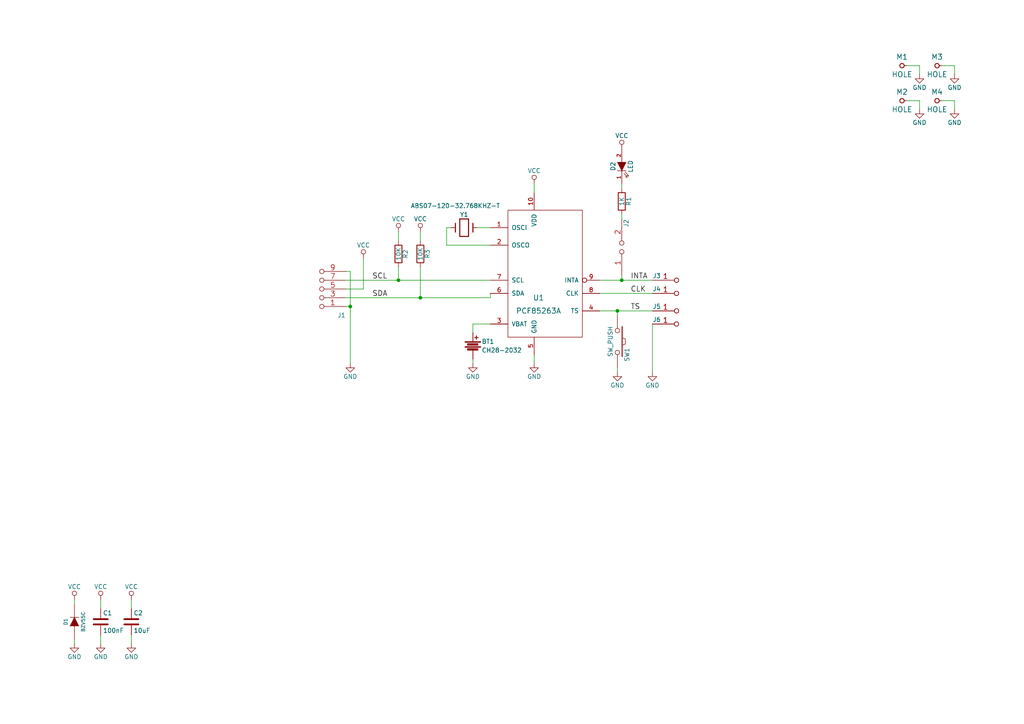
<source format=kicad_sch>
(kicad_sch (version 20230121) (generator eeschema)
  (paper "A4")
  (title_block (title "RTC02A") (comment 1 "Hig-precision Real Time Clock\\ncontrolled through I2C interface"))
  (lib_symbols
    (symbol "RTC02-rescue:Battery" (pin_numbers hide) (pin_names (offset 0))
      (property "Reference" "BT" (at 2.54 1.27 0))
      (property "Value" "Battery" (at 2.54 -1.27 0))
      (symbol "Battery_0_1"
        (rectangle (start -2.286 -0.1778) (end 2.286 -0.4318) (fill (type outline)))
        (rectangle (start -2.286 1.27) (end 2.286 1.016) (fill (type outline)))
        (rectangle (start -1.5748 -0.762) (end 1.4732 -1.27) (fill (type outline)))
        (rectangle (start -1.5748 0.6858) (end 1.4732 0.1778) (fill (type outline)))
        (polyline (pts (xy 0.508 2.413) (xy 1.524 2.413)) (stroke (width 0.254)))
        (polyline (pts (xy 1.016 2.921) (xy 1.016 1.905)) (stroke (width 0.254)))
      )
      (symbol "Battery_1_1"
        (pin passive line (at 0 3.81 270) (length 2.54) (name "~") (number "1"))
        (pin passive line (at 0 -3.81 90) (length 2.54) (name "~") (number "2"))
      )
    )
    (symbol "RTC02-rescue:C" (pin_numbers hide) (pin_names (offset 0.254))
      (property "Reference" "C" (at 0.635 2.54 0))
      (property "Value" "C" (at 0.635 -2.54 0))
      (symbol "C_0_1"
        (polyline (pts (xy -2.032 -0.762) (xy 2.032 -0.762)) (stroke (width 0.508)))
        (polyline (pts (xy -2.032 0.762) (xy 2.032 0.762)) (stroke (width 0.508)))
      )
      (symbol "C_1_1"
        (pin passive line (at 0 3.81 270) (length 2.794) (name "~") (number "1"))
        (pin passive line (at 0 -3.81 90) (length 2.794) (name "~") (number "2"))
      )
    )
    (symbol "RTC02-rescue:Crystal" (pin_numbers hide) (pin_names (offset 1.016) hide)
      (property "Reference" "Y" (at 0 3.81 0))
      (property "Value" "Crystal" (at 0 -3.81 0))
      (symbol "Crystal_0_1"
        (rectangle (start -1.27 2.54) (end 1.27 -2.54) (stroke (width 0.3048)))
        (polyline (pts (xy -2.54 -1.27) (xy -2.54 1.27)) (stroke (width 0.3048)))
        (polyline (pts (xy 2.54 -1.27) (xy 2.54 1.27)) (stroke (width 0.3048)))
      )
      (symbol "Crystal_1_1"
        (pin passive line (at -3.81 0 0) (length 1.27) (name "1") (number "1"))
        (pin passive line (at 3.81 0 180) (length 1.27) (name "2") (number "2"))
      )
    )
    (symbol "RTC02-rescue:DIODE" (pin_numbers hide) (pin_names (offset 1.016) hide)
      (property "Reference" "D" (at 0 2.54 0))
      (property "Value" "DIODE" (at 0 -2.54 0))
      (symbol "DIODE_0_1"
        (polyline (pts (xy 1.27 1.27) (xy 1.27 -1.27)) (stroke (width 0.1524)))
        (polyline (pts (xy -1.27 1.27) (xy 1.27 0) (xy -1.27 -1.27)) (fill (type outline)))
      )
      (symbol "DIODE_1_1"
        (pin passive line (at 5.08 0 180) (length 3.81) (name "K") (number "1"))
        (pin passive line (at -5.08 0 0) (length 3.81) (name "A") (number "2"))
      )
    )
    (symbol "RTC02-rescue:GND" (power) (pin_names (offset 0))
      (property "Value" "GND" (at 0 -3.81 0))
      (symbol "GND_0_1"
        (polyline (pts (xy 0 0) (xy 0 -1.27) (xy 1.27 -1.27) (xy 0 -2.54) (xy -1.27 -1.27) (xy 0 -1.27)))
      )
      (symbol "GND_1_1"
        (pin power_in line (at 0 0 270) (length 0) hide (name "GND") (number "1"))
      )
    )
    (symbol "RTC02-rescue:HOLE" (pin_numbers hide) (pin_names (offset 1.016) hide)
      (property "Reference" "M" (at 0 2.54 0))
      (property "Value" "HOLE" (at 0 -2.54 0))
      (symbol "HOLE_0_1"
        (circle (center 0 0) (radius 0.635) (stroke (width 0.254)))
      )
      (symbol "HOLE_1_1"
        (pin input line (at 1.27 0 180) (length 0.635) (name "~") (number "1"))
      )
    )
    (symbol "RTC02-rescue:JUMP2_2x1" (pin_names (offset 1.016) hide)
      (property "Reference" "J" (at -7.62 1.27 0))
      (symbol "JUMP2_2x1_1_1"
        (pin passive inverted (at 7.62 0 180) (length 7.62) (name "1") (number "1"))
        (pin passive inverted (at -8.89 0 0) (length 7.62) (name "1") (number "2"))
      )
    )
    (symbol "RTC02-rescue:JUMP_2x1" (pin_names (offset 1.016) hide)
      (property "Reference" "J" (at -8.89 5.08 0))
      (symbol "JUMP_2x1_1_1"
        (pin passive inverted (at -10.16 3.81 0) (length 7.62) (name "1") (number "1"))
        (pin passive inverted (at -10.16 3.81 0) (length 7.62) hide (name "1") (number "2"))
      )
    )
    (symbol "RTC02-rescue:JUMP_5X2" (pin_names (offset 1.016) hide)
      (property "Reference" "J" (at -8.89 6.35 0))
      (symbol "JUMP_5X2_1_1"
        (pin passive inverted (at -10.16 3.81 0) (length 7.62) (name "2") (number "1"))
        (pin passive inverted (at -10.16 -6.35 0) (length 7.62) hide (name "10") (number "10"))
        (pin passive inverted (at -10.16 3.81 0) (length 7.62) hide (name "2") (number "2"))
        (pin passive inverted (at -10.16 1.27 0) (length 7.62) (name "4") (number "3"))
        (pin passive inverted (at -10.16 1.27 0) (length 7.62) hide (name "4") (number "4"))
        (pin passive inverted (at -10.16 -1.27 0) (length 7.62) (name "6") (number "5"))
        (pin passive inverted (at -10.16 -1.27 0) (length 7.62) hide (name "6") (number "6"))
        (pin passive inverted (at -10.16 -3.81 0) (length 7.62) (name "7") (number "7"))
        (pin passive inverted (at -10.16 -3.81 0) (length 7.62) hide (name "7") (number "8"))
        (pin passive inverted (at -10.16 -6.35 0) (length 7.62) (name "10") (number "9"))
      )
    )
    (symbol "RTC02-rescue:LED" (pin_names (offset 1.016) hide)
      (property "Reference" "D" (at 0 2.54 0))
      (property "Value" "LED" (at 0 -2.54 0))
      (symbol "LED_0_1"
        (polyline (pts (xy -1.27 1.27) (xy -1.27 -1.27)))
        (polyline (pts (xy -2.032 -0.635) (xy -3.175 -1.651) (xy -3.048 -1.016)))
        (polyline (pts (xy -1.651 -1.016) (xy -2.794 -2.032) (xy -2.667 -1.397)))
        (polyline (pts (xy 1.27 1.27) (xy -1.27 0) (xy 1.27 -1.27)) (fill (type outline)))
      )
      (symbol "LED_1_1"
        (pin passive line (at -5.08 0 0) (length 3.81) (name "K") (number "1"))
        (pin passive line (at 5.08 0 180) (length 3.81) (name "A") (number "2"))
      )
    )
    (symbol "RTC02-rescue:PCF85263A" (pin_names (offset 1.016))
      (property "Reference" "U" (at 5.08 12.7 0))
      (property "Value" "PCF85263A" (at 6.35 8.89 0))
      (symbol "PCF85263A_0_1"
        (rectangle (start -7.62 17.78) (end 13.97 -19.05))
      )
      (symbol "PCF85263A_1_1"
        (pin input line (at -12.7 12.7 0) (length 5.08) (name "OSCI") (number "1"))
        (pin input line (at 0 22.86 270) (length 5.08) (name "VDD") (number "10"))
        (pin input line (at -12.7 7.62 0) (length 5.08) (name "OSCO") (number "2"))
        (pin input line (at -12.7 -15.24 0) (length 5.08) (name "VBAT") (number "3"))
        (pin input line (at 19.05 -11.43 180) (length 5.08) (name "TS") (number "4"))
        (pin input line (at 0 -24.13 90) (length 5.08) (name "GND") (number "5"))
        (pin input line (at -12.7 -6.35 0) (length 5.08) (name "SDA") (number "6"))
        (pin input line (at -12.7 -2.54 0) (length 5.08) (name "SCL") (number "7"))
        (pin input line (at 19.05 -6.35 180) (length 5.08) (name "CLK") (number "8"))
        (pin input inverted (at 19.05 -2.54 180) (length 5.08) (name "INTA") (number "9"))
      )
    )
    (symbol "RTC02-rescue:R" (pin_numbers hide) (pin_names (offset 0))
      (property "Reference" "R" (at 2.032 0 90))
      (property "Value" "R" (at 0 0 90))
      (symbol "R_0_1"
        (rectangle (start -1.016 -2.54) (end 1.016 2.54) (stroke (width 0.254)))
      )
      (symbol "R_1_1"
        (pin passive line (at 0 3.81 270) (length 1.27) (name "~") (number "1"))
        (pin passive line (at 0 -3.81 90) (length 1.27) (name "~") (number "2"))
      )
    )
    (symbol "RTC02-rescue:SW_PUSH" (pin_numbers hide) (pin_names (offset 1.016) hide)
      (property "Reference" "SW" (at 3.81 2.794 0))
      (property "Value" "SW_PUSH" (at 0 -2.032 0))
      (symbol "SW_PUSH_0_1"
        (rectangle (start -4.318 1.27) (end 4.318 1.524))
        (polyline (pts (xy -1.016 1.524) (xy -0.762 2.286) (xy 0.762 2.286) (xy 1.016 1.524)))
        (pin passive inverted (at -7.62 0 0) (length 5.08) (name "1") (number "1"))
        (pin passive inverted (at 7.62 0 180) (length 5.08) (name "2") (number "2"))
      )
    )
    (symbol "RTC02-rescue:VCC" (power) (pin_names (offset 0))
      (property "Value" "VCC" (at 0 3.81 0))
      (symbol "VCC_0_1"
        (polyline (pts (xy 0 0) (xy 0 1.27)))
        (circle (center 0 1.905) (radius 0.635))
      )
      (symbol "VCC_1_1"
        (pin power_in line (at 0 0 90) (length 0) hide (name "VCC") (number "1"))
      )
    )
  )
  (junction (at 115.57 81.28))
  (junction (at 180.34 81.28))
  (junction (at 179.07 90.17))
  (junction (at 121.92 86.36))
  (junction (at 101.6 88.9))
  (wire (pts (xy 154.94 105.41) (xy 154.94 102.87)))
  (wire (pts (xy 29.21 176.53) (xy 29.21 173.99)))
  (wire (pts (xy 180.34 80.01) (xy 180.34 81.28)))
  (wire (pts (xy 179.07 107.95) (xy 179.07 106.68)))
  (wire (pts (xy 115.57 81.28) (xy 115.57 77.47)))
  (wire (pts (xy 100.33 86.36) (xy 121.92 86.36)))
  (wire (pts (xy 173.99 85.09) (xy 189.23 85.09)))
  (wire (pts (xy 142.24 93.98) (xy 137.16 93.98)))
  (wire (pts (xy 101.6 78.74) (xy 101.6 88.9)))
  (wire (pts (xy 273.05 19.05) (xy 276.86 19.05)))
  (wire (pts (xy 29.21 186.69) (xy 29.21 184.15)))
  (wire (pts (xy 266.7 29.21) (xy 266.7 31.75)))
  (wire (pts (xy 189.23 93.98) (xy 189.23 107.95)))
  (wire (pts (xy 129.54 71.12) (xy 142.24 71.12)))
  (wire (pts (xy 179.07 90.17) (xy 189.23 90.17)))
  (wire (pts (xy 100.33 83.82) (xy 105.41 83.82)))
  (wire (pts (xy 121.92 86.36) (xy 142.24 86.36)))
  (wire (pts (xy 273.05 29.21) (xy 276.86 29.21)))
  (wire (pts (xy 100.33 88.9) (xy 101.6 88.9)))
  (wire (pts (xy 262.89 29.21) (xy 266.7 29.21)))
  (wire (pts (xy 121.92 69.85) (xy 121.92 67.31)))
  (wire (pts (xy 142.24 86.36) (xy 142.24 85.09)))
  (wire (pts (xy 101.6 88.9) (xy 101.6 105.41)))
  (wire (pts (xy 100.33 78.74) (xy 101.6 78.74)))
  (wire (pts (xy 115.57 81.28) (xy 142.24 81.28)))
  (wire (pts (xy 21.59 186.69) (xy 21.59 185.42)))
  (wire (pts (xy 130.81 66.04) (xy 129.54 66.04)))
  (wire (pts (xy 173.99 81.28) (xy 180.34 81.28)))
  (wire (pts (xy 180.34 53.34) (xy 180.34 54.61)))
  (wire (pts (xy 266.7 19.05) (xy 266.7 21.59)))
  (wire (pts (xy 180.34 81.28) (xy 189.23 81.28)))
  (wire (pts (xy 38.1 186.69) (xy 38.1 184.15)))
  (wire (pts (xy 115.57 69.85) (xy 115.57 67.31)))
  (wire (pts (xy 173.99 90.17) (xy 179.07 90.17)))
  (wire (pts (xy 100.33 81.28) (xy 115.57 81.28)))
  (wire (pts (xy 129.54 66.04) (xy 129.54 71.12)))
  (wire (pts (xy 276.86 19.05) (xy 276.86 21.59)))
  (wire (pts (xy 137.16 93.98) (xy 137.16 96.52)))
  (wire (pts (xy 180.34 62.23) (xy 180.34 63.5)))
  (wire (pts (xy 21.59 175.26) (xy 21.59 173.99)))
  (wire (pts (xy 262.89 19.05) (xy 266.7 19.05)))
  (wire (pts (xy 276.86 29.21) (xy 276.86 31.75)))
  (wire (pts (xy 179.07 90.17) (xy 179.07 91.44)))
  (wire (pts (xy 105.41 83.82) (xy 105.41 74.93)))
  (wire (pts (xy 142.24 66.04) (xy 138.43 66.04)))
  (wire (pts (xy 38.1 176.53) (xy 38.1 173.99)))
  (wire (pts (xy 154.94 55.88) (xy 154.94 53.34)))
  (wire (pts (xy 121.92 77.47) (xy 121.92 86.36)))
  (wire (pts (xy 137.16 105.41) (xy 137.16 104.14)))
  (label "SDA" (at 107.95 86.36 0) (effects (font (size 1.524 1.524))))
  (label "INTA" (at 182.88 81.28 0) (effects (font (size 1.524 1.524))))
  (label "SCL" (at 107.95 81.28 0) (effects (font (size 1.524 1.524))))
  (label "TS" (at 182.88 90.17 0) (effects (font (size 1.524 1.524))))
  (label "CLK" (at 182.88 85.09 0) (effects (font (size 1.524 1.524))))
  (symbol (lib_id "RTC02-rescue:VCC") (at 21.59 173.99 0) (unit 1)
    (property "Reference" "#PWR1" (effects hide))
    (property "Value" "VCC" (at 21.59 170.18 0))
  )
  (symbol (lib_id "RTC02-rescue:DIODE") (at 21.59 180.34 90) (unit 1)
    (property "Reference" "D1" (at 19.05 180.34 0) (effects (font (size 1.016 1.016))))
    (property "Value" "BZV55C" (at 24.13 180.34 0) (effects (font (size 1.016 1.016))))
    (property "Footprint" "Mlab_D:Diode-MiniMELF_Standard" (effects hide))
  )
  (symbol (lib_id "RTC02-rescue:GND") (at 21.59 186.69 0) (unit 1)
    (property "Reference" "#PWR2" (effects hide))
    (property "Value" "GND" (at 21.59 190.5 0))
  )
  (symbol (lib_id "RTC02-rescue:C") (at 29.21 180.34 0) (unit 1)
    (property "Reference" "C1" (at 29.845 177.8 0) (effects (justify left)))
    (property "Value" "100nF" (at 29.845 182.88 0) (effects (justify left)))
    (property "Footprint" "Mlab_R:SMD-0805" (effects hide))
  )
  (symbol (lib_id "RTC02-rescue:C") (at 38.1 180.34 0) (unit 1)
    (property "Reference" "C2" (at 38.735 177.8 0) (effects (justify left)))
    (property "Value" "10uF" (at 38.735 182.88 0) (effects (justify left)))
    (property "Footprint" "Mlab_R:SMD-0805" (effects hide))
  )
  (symbol (lib_id "RTC02-rescue:VCC") (at 29.21 173.99 0) (unit 1)
    (property "Reference" "#PWR3" (effects hide))
    (property "Value" "VCC" (at 29.21 170.18 0))
  )
  (symbol (lib_id "RTC02-rescue:VCC") (at 38.1 173.99 0) (unit 1)
    (property "Reference" "#PWR5" (effects hide))
    (property "Value" "VCC" (at 38.1 170.18 0))
  )
  (symbol (lib_id "RTC02-rescue:GND") (at 29.21 186.69 0) (unit 1)
    (property "Reference" "#PWR4" (effects hide))
    (property "Value" "GND" (at 29.21 190.5 0))
  )
  (symbol (lib_id "RTC02-rescue:GND") (at 38.1 186.69 0) (unit 1)
    (property "Reference" "#PWR6" (effects hide))
    (property "Value" "GND" (at 38.1 190.5 0))
  )
  (symbol (lib_id "RTC02-rescue:HOLE") (at 261.62 19.05 0) (unit 1)
    (property "Reference" "M1" (at 261.62 16.51 0) (effects (font (size 1.524 1.524))))
    (property "Value" "HOLE" (at 261.62 21.59 0) (effects (font (size 1.524 1.524))))
    (property "Footprint" "Mlab_Mechanical:MountingHole_3mm" (effects hide))
  )
  (symbol (lib_id "RTC02-rescue:GND") (at 266.7 21.59 0) (unit 1)
    (property "Reference" "#PWR17" (effects hide))
    (property "Value" "GND" (at 266.7 25.4 0))
  )
  (symbol (lib_id "RTC02-rescue:HOLE") (at 271.78 19.05 0) (unit 1)
    (property "Reference" "M3" (at 271.78 16.51 0) (effects (font (size 1.524 1.524))))
    (property "Value" "HOLE" (at 271.78 21.59 0) (effects (font (size 1.524 1.524))))
    (property "Footprint" "Mlab_Mechanical:MountingHole_3mm" (effects hide))
  )
  (symbol (lib_id "RTC02-rescue:GND") (at 276.86 21.59 0) (unit 1)
    (property "Reference" "#PWR19" (effects hide))
    (property "Value" "GND" (at 276.86 25.4 0))
  )
  (symbol (lib_id "RTC02-rescue:HOLE") (at 261.62 29.21 0) (unit 1)
    (property "Reference" "M2" (at 261.62 26.67 0) (effects (font (size 1.524 1.524))))
    (property "Value" "HOLE" (at 261.62 31.75 0) (effects (font (size 1.524 1.524))))
    (property "Footprint" "Mlab_Mechanical:MountingHole_3mm" (effects hide))
  )
  (symbol (lib_id "RTC02-rescue:GND") (at 266.7 31.75 0) (unit 1)
    (property "Reference" "#PWR18" (effects hide))
    (property "Value" "GND" (at 266.7 35.56 0))
  )
  (symbol (lib_id "RTC02-rescue:HOLE") (at 271.78 29.21 0) (unit 1)
    (property "Reference" "M4" (at 271.78 26.67 0) (effects (font (size 1.524 1.524))))
    (property "Value" "HOLE" (at 271.78 31.75 0) (effects (font (size 1.524 1.524))))
    (property "Footprint" "Mlab_Mechanical:MountingHole_3mm" (effects hide))
  )
  (symbol (lib_id "RTC02-rescue:GND") (at 276.86 31.75 0) (unit 1)
    (property "Reference" "#PWR20" (effects hide))
    (property "Value" "GND" (at 276.86 35.56 0))
  )
  (symbol (lib_id "RTC02-rescue:R") (at 115.57 73.66 0) (unit 1)
    (property "Reference" "R2" (at 117.602 73.66 90))
    (property "Value" "10K" (at 115.57 73.66 90))
    (property "Footprint" "Mlab_R:SMD-0805" (effects hide))
  )
  (symbol (lib_id "RTC02-rescue:R") (at 121.92 73.66 0) (unit 1)
    (property "Reference" "R3" (at 123.952 73.66 90))
    (property "Value" "10K" (at 121.92 73.66 90))
    (property "Footprint" "Mlab_R:SMD-0805" (effects hide))
  )
  (symbol (lib_id "RTC02-rescue:VCC") (at 115.57 67.31 0) (unit 1)
    (property "Reference" "#PWR9" (effects hide))
    (property "Value" "VCC" (at 115.57 63.5 0))
  )
  (symbol (lib_id "RTC02-rescue:VCC") (at 121.92 67.31 0) (unit 1)
    (property "Reference" "#PWR10" (effects hide))
    (property "Value" "VCC" (at 121.92 63.5 0))
  )
  (symbol (lib_id "RTC02-rescue:JUMP_2x1") (at 199.39 97.79 0) (unit 1)
    (property "Reference" "J6" (at 190.5 92.71 0))
    (property "Value" "JUMP_2x1" (effects hide))
    (property "Footprint" "Mlab_Pin_Headers:Straight_2x01" (effects hide))
  )
  (symbol (lib_id "RTC02-rescue:GND") (at 189.23 107.95 0) (unit 1)
    (property "Reference" "#PWR16" (effects hide))
    (property "Value" "GND" (at 189.23 111.76 0))
  )
  (symbol (lib_id "RTC02-rescue:Battery") (at 137.16 100.33 0) (unit 1)
    (property "Reference" "BT1" (at 139.7 99.06 0) (effects (justify left)))
    (property "Value" "CH28-2032" (at 139.7 101.6 0) (effects (justify left)))
    (property "Footprint" "Mlab_Batery:CH28-2032" (effects hide))
  )
  (symbol (lib_id "RTC02-rescue:SW_PUSH") (at 179.07 99.06 270) (unit 1)
    (property "Reference" "SW1" (at 181.864 102.87 0))
    (property "Value" "SW_PUSH" (at 177.038 99.06 0))
    (property "Footprint" "Mlab_SW:SW_PUSH_SMALL" (effects hide))
  )
  (symbol (lib_id "RTC02-rescue:LED") (at 180.34 48.26 90) (unit 1)
    (property "Reference" "D2" (at 177.8 48.26 0))
    (property "Value" "LED" (at 182.88 48.26 0))
    (property "Footprint" "Mlab_D:LED_1206" (effects hide))
  )
  (symbol (lib_id "RTC02-rescue:PCF85263A") (at 154.94 78.74 0) (unit 1)
    (property "Reference" "U1" (at 156.21 86.36 0) (effects (font (size 1.524 1.524))))
    (property "Value" "PCF85263A" (at 156.21 90.17 0) (effects (font (size 1.524 1.524))))
    (property "Footprint" "Mlab_IO:TSSOP-10_3x3mm_Pitch0.5mm" (effects hide))
  )
  (symbol (lib_id "RTC02-rescue:GND") (at 137.16 105.41 0) (unit 1)
    (property "Reference" "#PWR11" (effects hide))
    (property "Value" "GND" (at 137.16 109.22 0))
  )
  (symbol (lib_id "RTC02-rescue:GND") (at 154.94 105.41 0) (unit 1)
    (property "Reference" "#PWR13" (effects hide))
    (property "Value" "GND" (at 154.94 109.22 0))
  )
  (symbol (lib_id "RTC02-rescue:VCC") (at 154.94 53.34 0) (unit 1)
    (property "Reference" "#PWR12" (effects hide))
    (property "Value" "VCC" (at 154.94 49.53 0))
  )
  (symbol (lib_id "RTC02-rescue:JUMP_5X2") (at 90.17 85.09 180) (unit 1)
    (property "Reference" "J1" (at 99.06 91.44 0))
    (property "Value" "JUMP_5X2" (effects hide))
    (property "Footprint" "Mlab_Pin_Headers:Straight_2x05" (effects hide))
  )
  (symbol (lib_id "RTC02-rescue:GND") (at 101.6 105.41 0) (unit 1)
    (property "Reference" "#PWR7" (effects hide))
    (property "Value" "GND" (at 101.6 109.22 0))
  )
  (symbol (lib_id "RTC02-rescue:VCC") (at 105.41 74.93 0) (unit 1)
    (property "Reference" "#PWR8" (effects hide))
    (property "Value" "VCC" (at 105.41 71.12 0))
  )
  (symbol (lib_id "RTC02-rescue:R") (at 180.34 58.42 0) (unit 1)
    (property "Reference" "R1" (at 182.372 58.42 90))
    (property "Value" "1K" (at 180.34 58.42 90))
    (property "Footprint" "Mlab_R:SMD-0805" (effects hide))
  )
  (symbol (lib_id "RTC02-rescue:VCC") (at 180.34 43.18 0) (unit 1)
    (property "Reference" "#PWR15" (effects hide))
    (property "Value" "VCC" (at 180.34 39.37 0))
  )
  (symbol (lib_id "RTC02-rescue:JUMP2_2x1") (at 180.34 72.39 270) (unit 1)
    (property "Reference" "J2" (at 181.61 64.77 0))
    (property "Value" "JUMP2_2x1" (effects hide))
    (property "Footprint" "Mlab_Pin_Headers:Straight_2x01" (effects hide))
  )
  (symbol (lib_id "RTC02-rescue:GND") (at 179.07 107.95 0) (unit 1)
    (property "Reference" "#PWR14" (effects hide))
    (property "Value" "GND" (at 179.07 111.76 0))
  )
  (symbol (lib_id "RTC02-rescue:JUMP_2x1") (at 199.39 85.09 0) (unit 1)
    (property "Reference" "J3" (at 190.5 80.01 0))
    (property "Value" "JUMP_2x1" (effects hide))
    (property "Footprint" "Mlab_Pin_Headers:Straight_2x01" (effects hide))
  )
  (symbol (lib_id "RTC02-rescue:JUMP_2x1") (at 199.39 88.9 0) (unit 1)
    (property "Reference" "J4" (at 190.5 83.82 0))
    (property "Value" "JUMP_2x1" (effects hide))
    (property "Footprint" "Mlab_Pin_Headers:Straight_2x01" (effects hide))
  )
  (symbol (lib_id "RTC02-rescue:JUMP_2x1") (at 199.39 93.98 0) (unit 1)
    (property "Reference" "J5" (at 190.5 88.9 0))
    (property "Value" "JUMP_2x1" (effects hide))
    (property "Footprint" "Mlab_Pin_Headers:Straight_2x01" (effects hide))
  )
  (symbol (lib_id "RTC02-rescue:Crystal") (at 134.62 66.04 0) (unit 1)
    (property "Reference" "Y1" (at 134.62 62.23 0))
    (property "Value" "ABS07-120-32.768KHZ-T" (at 132.08 59.69 0))
    (property "Footprint" "Mlab_XTAL:ABS07" (effects hide))
  )
)
</source>
